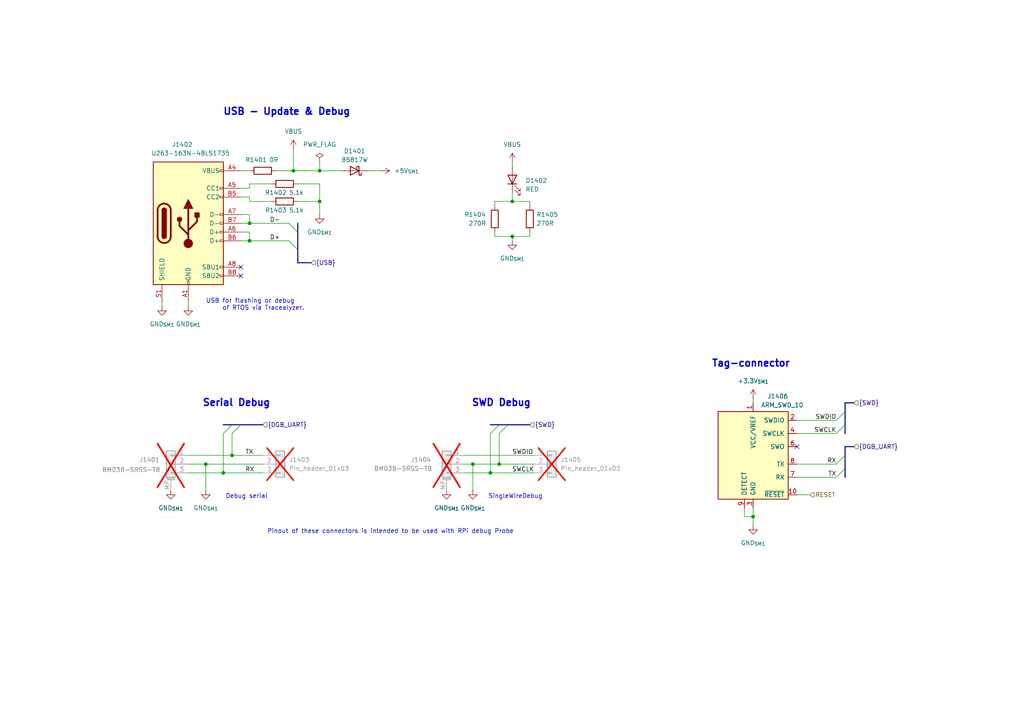
<source format=kicad_sch>
(kicad_sch (version 20231120) (generator "eeschema") (generator_version "8.0")
  (paper "A4")
  (title_block (title "Sensor multi-board") (date "2024-06-17") (rev "${VERSION}") (company "TrendBit s.r.o.") (comment 1 "Designed by: Petr Malaník"))
  (lib_symbols
    (symbol "Connector:USB_C_Receptacle_USB2.0_16P" (pin_names (offset 1.016))
      (property "Reference" "J" (at 0 22.225 0))
      (property "Value" "USB_C_Receptacle_USB2.0_16P" (at 0 19.685 0))
      (symbol "USB_C_Receptacle_USB2.0_16P_0_0"
        (rectangle (start -0.254 -17.78) (end 0.254 -16.764))
        (rectangle (start 10.16 -14.986) (end 9.144 -15.494))
        (rectangle (start 10.16 -12.446) (end 9.144 -12.954))
        (rectangle (start 10.16 -4.826) (end 9.144 -5.334))
        (rectangle (start 10.16 -2.286) (end 9.144 -2.794))
        (rectangle (start 10.16 0.254) (end 9.144 -0.254))
        (rectangle (start 10.16 2.794) (end 9.144 2.286))
        (rectangle (start 10.16 7.874) (end 9.144 7.366))
        (rectangle (start 10.16 10.414) (end 9.144 9.906))
        (rectangle (start 10.16 15.494) (end 9.144 14.986))
      )
      (symbol "USB_C_Receptacle_USB2.0_16P_0_1"
        (rectangle (start -10.16 17.78) (end 10.16 -17.78) (stroke (width 0.254)) (fill (type background)))
        (arc (start -8.89 -3.81) (mid -6.985 -5.7067) (end -5.08 -3.81) (stroke (width 0.508)))
        (arc (start -7.62 -3.81) (mid -6.985 -4.4423) (end -6.35 -3.81) (stroke (width 0.254)))
        (arc (start -7.62 -3.81) (mid -6.985 -4.4423) (end -6.35 -3.81) (stroke (width 0.254)) (fill (type outline)))
        (rectangle (start -7.62 -3.81) (end -6.35 3.81) (stroke (width 0.254)) (fill (type outline)))
        (arc (start -6.35 3.81) (mid -6.985 4.4423) (end -7.62 3.81) (stroke (width 0.254)))
        (arc (start -6.35 3.81) (mid -6.985 4.4423) (end -7.62 3.81) (stroke (width 0.254)) (fill (type outline)))
        (arc (start -5.08 3.81) (mid -6.985 5.7067) (end -8.89 3.81) (stroke (width 0.508)))
        (circle (center -2.54 1.143) (radius 0.635) (stroke (width 0.254)) (fill (type outline)))
        (circle (center 0 -5.842) (radius 1.27) (fill (type outline)))
        (polyline (pts (xy -8.89 -3.81) (xy -8.89 3.81)) (stroke (width 0.508)))
        (polyline (pts (xy -5.08 3.81) (xy -5.08 -3.81)) (stroke (width 0.508)))
        (polyline (pts (xy 0 -5.842) (xy 0 4.318)) (stroke (width 0.508)))
        (polyline (pts (xy 0 -3.302) (xy -2.54 -0.762) (xy -2.54 0.508)) (stroke (width 0.508)))
        (polyline (pts (xy 0 -2.032) (xy 2.54 0.508) (xy 2.54 1.778)) (stroke (width 0.508)))
        (polyline (pts (xy -1.27 4.318) (xy 0 6.858) (xy 1.27 4.318) (xy -1.27 4.318)) (stroke (width 0.254)) (fill (type outline)))
        (rectangle (start 1.905 1.778) (end 3.175 3.048) (stroke (width 0.254)) (fill (type outline)))
      )
      (symbol "USB_C_Receptacle_USB2.0_16P_1_1"
        (pin passive line (at 0 -22.86 90) (length 5.08) (name "GND") (number "A1"))
        (pin passive line (at 0 -22.86 90) (length 5.08) hide (name "GND") (number "A12"))
        (pin passive line (at 15.24 15.24 180) (length 5.08) (name "VBUS") (number "A4"))
        (pin bidirectional line (at 15.24 10.16 180) (length 5.08) (name "CC1") (number "A5"))
        (pin bidirectional line (at 15.24 -2.54 180) (length 5.08) (name "D+") (number "A6"))
        (pin bidirectional line (at 15.24 2.54 180) (length 5.08) (name "D-") (number "A7"))
        (pin bidirectional line (at 15.24 -12.7 180) (length 5.08) (name "SBU1") (number "A8"))
        (pin passive line (at 15.24 15.24 180) (length 5.08) hide (name "VBUS") (number "A9"))
        (pin passive line (at 0 -22.86 90) (length 5.08) hide (name "GND") (number "B1"))
        (pin passive line (at 0 -22.86 90) (length 5.08) hide (name "GND") (number "B12"))
        (pin passive line (at 15.24 15.24 180) (length 5.08) hide (name "VBUS") (number "B4"))
        (pin bidirectional line (at 15.24 7.62 180) (length 5.08) (name "CC2") (number "B5"))
        (pin bidirectional line (at 15.24 -5.08 180) (length 5.08) (name "D+") (number "B6"))
        (pin bidirectional line (at 15.24 0 180) (length 5.08) (name "D-") (number "B7"))
        (pin bidirectional line (at 15.24 -15.24 180) (length 5.08) (name "SBU2") (number "B8"))
        (pin passive line (at 15.24 15.24 180) (length 5.08) hide (name "VBUS") (number "B9"))
        (pin passive line (at -7.62 -22.86 90) (length 5.08) (name "SHIELD") (number "S1"))
      )
    )
    (symbol "Connector_Generic:Conn_01x03" (pin_names (offset 1.016) hide)
      (property "Reference" "J" (at 0 5.08 0))
      (property "Value" "Conn_01x03" (at 0 -5.08 0))
      (symbol "Conn_01x03_1_1"
        (rectangle (start -1.27 -2.413) (end 0 -2.667) (stroke (width 0.1524)))
        (rectangle (start -1.27 0.127) (end 0 -0.127) (stroke (width 0.1524)))
        (rectangle (start -1.27 2.667) (end 0 2.413) (stroke (width 0.1524)))
        (rectangle (start -1.27 3.81) (end 1.27 -3.81) (stroke (width 0.254)) (fill (type background)))
        (pin passive line (at -5.08 2.54 0) (length 3.81) (name "Pin_1") (number "1"))
        (pin passive line (at -5.08 0 0) (length 3.81) (name "Pin_2") (number "2"))
        (pin passive line (at -5.08 -2.54 0) (length 3.81) (name "Pin_3") (number "3"))
      )
    )
    (symbol "Connector_Generic_MountingPin:Conn_01x03_MountingPin" (pin_names (offset 1.016) hide)
      (property "Reference" "J" (at 0 5.08 0))
      (property "Value" "Conn_01x03_MountingPin" (at 1.27 -5.08 0))
      (symbol "Conn_01x03_MountingPin_1_1"
        (rectangle (start -1.27 -2.413) (end 0 -2.667) (stroke (width 0.1524)))
        (rectangle (start -1.27 0.127) (end 0 -0.127) (stroke (width 0.1524)))
        (rectangle (start -1.27 2.667) (end 0 2.413) (stroke (width 0.1524)))
        (rectangle (start -1.27 3.81) (end 1.27 -3.81) (stroke (width 0.254)) (fill (type background)))
        (polyline (pts (xy -1.016 -4.572) (xy 1.016 -4.572)) (stroke (width 0.1524)))
        (text "Mounting" (at 0 -4.191 0) (effects (font (size 0.381 0.381))))
        (pin passive line (at -5.08 2.54 0) (length 3.81) (name "Pin_1") (number "1"))
        (pin passive line (at -5.08 0 0) (length 3.81) (name "Pin_2") (number "2"))
        (pin passive line (at -5.08 -2.54 0) (length 3.81) (name "Pin_3") (number "3"))
        (pin passive line (at 0 -7.62 90) (length 3.048) (name "MountPin") (number "MP"))
      )
    )
    (symbol "Device:D_Schottky" (pin_numbers hide) (pin_names (offset 1.016) hide)
      (property "Reference" "D" (at 0 2.54 0))
      (property "Value" "D_Schottky" (at 0 -2.54 0))
      (symbol "D_Schottky_0_1"
        (polyline (pts (xy 1.27 0) (xy -1.27 0)))
        (polyline (pts (xy 1.27 1.27) (xy 1.27 -1.27) (xy -1.27 0) (xy 1.27 1.27)) (stroke (width 0.254)))
        (polyline (pts (xy -1.905 0.635) (xy -1.905 1.27) (xy -1.27 1.27) (xy -1.27 -1.27) (xy -0.635 -1.27) (xy -0.635 -0.635)) (stroke (width 0.254)))
      )
      (symbol "D_Schottky_1_1"
        (pin passive line (at -3.81 0 0) (length 2.54) (name "K") (number "1"))
        (pin passive line (at 3.81 0 180) (length 2.54) (name "A") (number "2"))
      )
    )
    (symbol "Device:LED" (pin_numbers hide) (pin_names (offset 1.016) hide)
      (property "Reference" "D" (at 0 2.54 0))
      (property "Value" "LED" (at 0 -2.54 0))
      (symbol "LED_0_1"
        (polyline (pts (xy -1.27 -1.27) (xy -1.27 1.27)) (stroke (width 0.254)))
        (polyline (pts (xy -1.27 0) (xy 1.27 0)))
        (polyline (pts (xy 1.27 -1.27) (xy 1.27 1.27) (xy -1.27 0) (xy 1.27 -1.27)) (stroke (width 0.254)))
        (polyline (pts (xy -3.048 -0.762) (xy -4.572 -2.286) (xy -3.81 -2.286) (xy -4.572 -2.286) (xy -4.572 -1.524)))
        (polyline (pts (xy -1.778 -0.762) (xy -3.302 -2.286) (xy -2.54 -2.286) (xy -3.302 -2.286) (xy -3.302 -1.524)))
      )
      (symbol "LED_1_1"
        (pin passive line (at -3.81 0 0) (length 2.54) (name "K") (number "1"))
        (pin passive line (at 3.81 0 180) (length 2.54) (name "A") (number "2"))
      )
    )
    (symbol "Device:R" (pin_numbers hide) (pin_names (offset 0))
      (property "Reference" "R" (at 2.032 0 90))
      (property "Value" "R" (at 0 0 90))
      (symbol "R_0_1"
        (rectangle (start -1.016 -2.54) (end 1.016 2.54) (stroke (width 0.254)))
      )
      (symbol "R_1_1"
        (pin passive line (at 0 3.81 270) (length 1.27) (name "~") (number "1"))
        (pin passive line (at 0 -3.81 90) (length 1.27) (name "~") (number "2"))
      )
    )
    (symbol "TCY_connectors:Conn_ARM_JTAG_SWD_10" (pin_names (offset 1.016))
      (property "Reference" "J" (at -2.54 16.51 0))
      (property "Value" "ARM_SWD_10" (at -2.54 13.97 0))
      (symbol "Conn_ARM_JTAG_SWD_10_0_1"
        (rectangle (start -10.16 12.7) (end 10.16 -12.7) (stroke (width 0.254)) (fill (type background)))
      )
      (symbol "Conn_ARM_JTAG_SWD_10_1_1"
        (pin power_in line (at 0 15.24 270) (length 2.54) (name "VCC/VREF") (number "1"))
        (pin open_collector line (at 12.7 -11.43 180) (length 2.54) (name "~{RESET}") (number "10"))
        (pin bidirectional line (at 12.7 10.16 180) (length 2.54) (name "SWDIO") (number "2"))
        (pin power_in line (at 0 -15.24 90) (length 2.54) (name "GND") (number "3"))
        (pin output line (at 12.7 6.35 180) (length 2.54) (name "SWCLK") (number "4"))
        (pin passive line (at 0 -15.24 90) (length 2.54) hide (name "GND") (number "5"))
        (pin input line (at 12.7 2.54 180) (length 2.54) (name "SWO") (number "6"))
        (pin input line (at 12.7 -6.35 180) (length 2.54) (name "RX") (number "7"))
        (pin output line (at 12.7 -2.54 180) (length 2.54) (name "TX") (number "8"))
        (pin passive line (at -2.54 -15.24 90) (length 2.54) (name "DETECT") (number "9"))
      )
    )
    (symbol "power:+3.3V" (power) (pin_numbers hide) (pin_names (offset 0) hide)
      (property "Value" "+3.3V" (at 0 3.556 0))
      (symbol "+3.3V_0_1"
        (polyline (pts (xy -0.762 1.27) (xy 0 2.54)))
        (polyline (pts (xy 0 0) (xy 0 2.54)))
        (polyline (pts (xy 0 2.54) (xy 0.762 1.27)))
      )
      (symbol "+3.3V_1_1"
        (pin power_in line (at 0 0 90) (length 0) (name "~") (number "1"))
      )
    )
    (symbol "power:+5V" (power) (pin_numbers hide) (pin_names (offset 0) hide)
      (property "Value" "+5V" (at 0 3.556 0))
      (symbol "+5V_0_1"
        (polyline (pts (xy -0.762 1.27) (xy 0 2.54)))
        (polyline (pts (xy 0 0) (xy 0 2.54)))
        (polyline (pts (xy 0 2.54) (xy 0.762 1.27)))
      )
      (symbol "+5V_1_1"
        (pin power_in line (at 0 0 90) (length 0) (name "~") (number "1"))
      )
    )
    (symbol "power:GND" (power) (pin_numbers hide) (pin_names (offset 0) hide)
      (property "Value" "GND" (at 0 -3.81 0))
      (symbol "GND_0_1"
        (polyline (pts (xy 0 0) (xy 0 -1.27) (xy 1.27 -1.27) (xy 0 -2.54) (xy -1.27 -1.27) (xy 0 -1.27)))
      )
      (symbol "GND_1_1"
        (pin power_in line (at 0 0 270) (length 0) (name "~") (number "1"))
      )
    )
    (symbol "power:PWR_FLAG" (power) (pin_numbers hide) (pin_names (offset 0) hide)
      (property "Value" "PWR_FLAG" (at 0 3.81 0))
      (symbol "PWR_FLAG_0_0"
        (pin power_out line (at 0 0 90) (length 0) (name "~") (number "1"))
      )
      (symbol "PWR_FLAG_0_1"
        (polyline (pts (xy 0 0) (xy 0 1.27) (xy -1.016 1.905) (xy 0 2.54) (xy 1.016 1.905) (xy 0 1.27)))
      )
    )
    (symbol "power:VBUS" (power) (pin_numbers hide) (pin_names (offset 0) hide)
      (property "Value" "VBUS" (at 0 3.556 0))
      (symbol "VBUS_0_1"
        (polyline (pts (xy -0.762 1.27) (xy 0 2.54)))
        (polyline (pts (xy 0 0) (xy 0 2.54)))
        (polyline (pts (xy 0 2.54) (xy 0.762 1.27)))
      )
      (symbol "VBUS_1_1"
        (pin power_in line (at 0 0 90) (length 0) (name "~") (number "1"))
      )
    )
  )
  (junction (at 137.16 134.62))
  (junction (at 148.59 58.42))
  (junction (at 67.31 132.08))
  (junction (at 64.77 137.16))
  (junction (at 148.59 68.58))
  (junction (at 92.71 49.53))
  (junction (at 142.24 137.16))
  (junction (at 85.09 49.53))
  (junction (at 72.39 69.85))
  (junction (at 59.69 134.62))
  (junction (at 72.39 64.77))
  (junction (at 144.78 134.62))
  (junction (at 218.44 149.86))
  (junction (at 92.71 58.42))
  (no_connect (at 69.85 80.01))
  (no_connect (at 231.14 129.54))
  (no_connect (at 69.85 77.47))
  (bus_entry (at 86.36 67.31) (size -2.54 -2.54))
  (bus_entry (at 242.57 134.62) (size 2.54 -2.54))
  (bus_entry (at 142.24 125.73) (size 2.54 -2.54))
  (bus_entry (at 242.57 138.43) (size 2.54 -2.54))
  (bus_entry (at 144.78 125.73) (size 2.54 -2.54))
  (bus_entry (at 242.57 125.73) (size 2.54 -2.54))
  (bus_entry (at 86.36 72.39) (size -2.54 -2.54))
  (bus_entry (at 242.57 121.92) (size 2.54 -2.54))
  (bus_entry (at 64.77 125.73) (size 2.54 -2.54))
  (bus_entry (at 67.31 125.73) (size 2.54 -2.54))
  (wire (pts (xy 148.59 68.58) (xy 148.59 69.85)))
  (wire (pts (xy 231.14 143.51) (xy 234.95 143.51)))
  (wire (pts (xy 54.61 134.62) (xy 59.69 134.62)))
  (wire (pts (xy 143.51 58.42) (xy 143.51 59.69)))
  (bus (pts (xy 86.36 72.39) (xy 86.36 67.31)))
  (bus (pts (xy 144.78 123.19) (xy 147.32 123.19)))
  (bus (pts (xy 64.77 123.19) (xy 67.31 123.19)))
  (wire (pts (xy 137.16 134.62) (xy 137.16 142.24)))
  (wire (pts (xy 144.78 134.62) (xy 154.94 134.62)))
  (wire (pts (xy 92.71 49.53) (xy 99.06 49.53)))
  (wire (pts (xy 86.36 53.34) (xy 92.71 53.34)))
  (wire (pts (xy 137.16 134.62) (xy 144.78 134.62)))
  (wire (pts (xy 72.39 64.77) (xy 83.82 64.77)))
  (wire (pts (xy 72.39 69.85) (xy 72.39 67.31)))
  (bus (pts (xy 147.32 123.19) (xy 153.67 123.19)))
  (wire (pts (xy 143.51 68.58) (xy 143.51 67.31)))
  (wire (pts (xy 231.14 134.62) (xy 242.57 134.62)))
  (bus (pts (xy 86.36 67.31) (xy 86.36 64.77)))
  (bus (pts (xy 90.17 76.2) (xy 86.36 76.2)))
  (wire (pts (xy 72.39 62.23) (xy 69.85 62.23)))
  (wire (pts (xy 54.61 132.08) (xy 67.31 132.08)))
  (wire (pts (xy 143.51 68.58) (xy 148.59 68.58)))
  (wire (pts (xy 148.59 58.42) (xy 153.67 58.42)))
  (bus (pts (xy 245.11 125.73) (xy 245.11 123.19)))
  (bus (pts (xy 142.24 123.19) (xy 144.78 123.19)))
  (wire (pts (xy 218.44 149.86) (xy 218.44 152.4)))
  (wire (pts (xy 72.39 67.31) (xy 69.85 67.31)))
  (bus (pts (xy 245.11 119.38) (xy 245.11 116.84)))
  (wire (pts (xy 231.14 121.92) (xy 242.57 121.92)))
  (wire (pts (xy 59.69 134.62) (xy 76.2 134.62)))
  (wire (pts (xy 64.77 125.73) (xy 64.77 137.16)))
  (wire (pts (xy 72.39 69.85) (xy 83.82 69.85)))
  (wire (pts (xy 67.31 125.73) (xy 67.31 132.08)))
  (wire (pts (xy 72.39 54.61) (xy 72.39 53.34)))
  (wire (pts (xy 59.69 134.62) (xy 59.69 142.24)))
  (bus (pts (xy 245.11 129.54) (xy 245.11 132.08)))
  (wire (pts (xy 64.77 137.16) (xy 76.2 137.16)))
  (wire (pts (xy 215.9 147.32) (xy 215.9 149.86)))
  (wire (pts (xy 153.67 68.58) (xy 153.67 67.31)))
  (wire (pts (xy 69.85 57.15) (xy 72.39 57.15)))
  (bus (pts (xy 245.11 116.84) (xy 247.65 116.84)))
  (wire (pts (xy 86.36 58.42) (xy 92.71 58.42)))
  (wire (pts (xy 142.24 125.73) (xy 142.24 137.16)))
  (wire (pts (xy 54.61 137.16) (xy 64.77 137.16)))
  (wire (pts (xy 231.14 125.73) (xy 242.57 125.73)))
  (wire (pts (xy 142.24 137.16) (xy 154.94 137.16)))
  (bus (pts (xy 245.11 135.89) (xy 245.11 138.43)))
  (wire (pts (xy 46.99 87.63) (xy 46.99 88.9)))
  (wire (pts (xy 148.59 46.99) (xy 148.59 48.26)))
  (bus (pts (xy 86.36 76.2) (xy 86.36 72.39)))
  (wire (pts (xy 134.62 137.16) (xy 142.24 137.16)))
  (wire (pts (xy 218.44 115.57) (xy 218.44 116.84)))
  (wire (pts (xy 144.78 125.73) (xy 144.78 134.62)))
  (wire (pts (xy 78.74 53.34) (xy 72.39 53.34)))
  (wire (pts (xy 69.85 64.77) (xy 72.39 64.77)))
  (wire (pts (xy 231.14 138.43) (xy 242.57 138.43)))
  (bus (pts (xy 245.11 132.08) (xy 245.11 135.89)))
  (wire (pts (xy 143.51 58.42) (xy 148.59 58.42)))
  (wire (pts (xy 69.85 54.61) (xy 72.39 54.61)))
  (bus (pts (xy 245.11 129.54) (xy 247.65 129.54)))
  (wire (pts (xy 72.39 57.15) (xy 72.39 58.42)))
  (wire (pts (xy 148.59 55.88) (xy 148.59 58.42)))
  (bus (pts (xy 245.11 123.19) (xy 245.11 119.38)))
  (wire (pts (xy 92.71 53.34) (xy 92.71 58.42)))
  (wire (pts (xy 106.68 49.53) (xy 110.49 49.53)))
  (wire (pts (xy 85.09 43.18) (xy 85.09 49.53)))
  (wire (pts (xy 85.09 49.53) (xy 92.71 49.53)))
  (bus (pts (xy 69.85 123.19) (xy 76.2 123.19)))
  (wire (pts (xy 72.39 64.77) (xy 72.39 62.23)))
  (wire (pts (xy 137.16 134.62) (xy 134.62 134.62)))
  (wire (pts (xy 215.9 149.86) (xy 218.44 149.86)))
  (wire (pts (xy 80.01 49.53) (xy 85.09 49.53)))
  (wire (pts (xy 78.74 58.42) (xy 72.39 58.42)))
  (wire (pts (xy 67.31 132.08) (xy 76.2 132.08)))
  (wire (pts (xy 72.39 49.53) (xy 69.85 49.53)))
  (wire (pts (xy 218.44 147.32) (xy 218.44 149.86)))
  (bus (pts (xy 67.31 123.19) (xy 69.85 123.19)))
  (wire (pts (xy 69.85 69.85) (xy 72.39 69.85)))
  (wire (pts (xy 92.71 46.99) (xy 92.71 49.53)))
  (wire (pts (xy 54.61 87.63) (xy 54.61 88.9)))
  (wire (pts (xy 153.67 58.42) (xy 153.67 59.69)))
  (wire (pts (xy 92.71 58.42) (xy 92.71 62.23)))
  (wire (pts (xy 148.59 68.58) (xy 153.67 68.58)))
  (wire (pts (xy 134.62 132.08) (xy 154.94 132.08)))
  (text "Debug serial" (at 65.405 144.78 0) (effects (font (size 1.27 1.27)) (justify left bottom)))
  (text "SingleWireDebug" (at 141.605 144.78 0) (effects (font (size 1.27 1.27)) (justify left bottom)))
  (text "USB - Update & Debug" (at 83.185 33.655 0) (effects (font (size 2 2) (thickness 0.4) (bold yes)) (justify bottom)))
  (text "Pinout of these connectors is intended to be used with RPi debug Probe" (at 77.47 154.94 0) (effects (font (size 1.27 1.27)) (justify left bottom)))
  (text "SWD Debug" (at 145.415 118.11 0) (effects (font (size 2 2) (thickness 0.4) (bold yes)) (justify bottom)))
  (text "USB for flashing or debug\n	of RTOS via Tracealyzer." (at 59.69 90.17 0) (effects (font (size 1.27 1.27)) (justify left bottom)))
  (text "Serial Debug" (at 68.58 118.11 0) (effects (font (size 2 2) (thickness 0.4) (bold yes)) (justify bottom)))
  (text "Tag-connector" (at 217.805 106.68 0) (effects (font (size 2 2) (thickness 0.4) (bold yes)) (justify bottom)))
  (label "D-" (at 81.28 64.77 180))
  (label "SWDIO" (at 242.57 121.92 180))
  (label "TX" (at 71.12 132.08 0))
  (label "RX" (at 71.12 137.16 0))
  (label "RX" (at 242.57 134.62 180))
  (label "D+" (at 81.28 69.85 180))
  (label "SWDIO" (at 148.59 132.08 0))
  (label "SWCLK" (at 242.57 125.73 180))
  (label "SWCLK" (at 154.94 137.16 180))
  (label "TX" (at 242.57 138.43 180))
  (hierarchical_label "{USB}" (shape input) (at 90.17 76.2 0))
  (hierarchical_label "{DGB_UART}" (shape input) (at 247.65 129.54 0))
  (hierarchical_label "{DGB_UART}" (shape input) (at 76.2 123.19 0))
  (hierarchical_label "{SWD}" (shape input) (at 247.65 116.84 0))
  (hierarchical_label "{SWD}" (shape input) (at 153.67 123.19 0))
  (hierarchical_label "RESET" (shape input) (at 234.95 143.51 0))
  (symbol (lib_id "power:VBUS") (at 85.09 43.18 0) (unit 1)
    (property "Reference" "#PWR01405" (effects (hide yes)))
    (property "Value" "VBUS" (at 85.09 38.1 0))
    (property "Description" "Power symbol creates a global label with name \"VBUS\"" (effects (hide yes)))
  )
  (symbol (lib_id "power:PWR_FLAG") (at 92.71 46.99 0) (unit 1)
    (property "Reference" "#FLG01401" (effects (hide yes)))
    (property "Value" "PWR_FLAG" (at 92.71 41.91 0))
    (property "Description" "Special symbol for telling ERC where power comes from" (effects (hide yes)))
  )
  (symbol (lib_id "TCY_connectors:Conn_ARM_JTAG_SWD_10") (at 218.44 132.08 0) (unit 1) (in_bom no)
    (property "Reference" "J1406" (at 228.6 114.935 0) (effects (justify right)))
    (property "Value" "ARM_SWD_10" (at 233.045 117.475 0) (effects (justify right)))
    (property "Footprint" "Connector:Tag-Connect_TC2050-IDC-NL_2x05_P1.27mm_Vertical_with_bottom_clip" (effects (hide yes)))
    (property "Description" "Cortex Debug Connector, standard ARM Cortex-M SWD and JTAG interface" (effects (hide yes)))
  )
  (symbol (lib_id "Connector:USB_C_Receptacle_USB2.0_16P") (at 54.61 64.77 0) (unit 1)
    (property "Reference" "J1402" (at 55.88 41.91 0) (effects (justify right)))
    (property "Value" "U263-163N-4BLS1735" (at 66.675 44.45 0) (effects (justify right)))
    (property "Footprint" "Connector_USB:USB_C_Receptacle_GCT_USB4105-xx-A_16P_TopMnt_Horizontal" (effects (hide yes)))
    (property "Datasheet" "https://www.usb.org/sites/default/files/documents/usb_type-c.zip" (effects (hide yes)))
    (property "Description" "USB 2.0-only 16P Type-C Receptacle connector" (effects (hide yes)))
    (property "LCSC" "C393939" (effects (hide yes)))
    (property "MPN" " TYPE-C16PIN" (effects (hide yes)))
  )
  (symbol (lib_id "Connector_Generic_MountingPin:Conn_01x03_MountingPin") (at 129.54 134.62 0) (mirror y) (unit 1) (in_bom no) (dnp yes)
    (property "Reference" "J1404" (at 125.095 133.35 0) (effects (justify left)))
    (property "Value" "BM03B-SRSS-TB " (at 126.365 135.89 0) (effects (justify left)))
    (property "Footprint" "Connector_JST:JST_SH_BM03B-SRSS-TB_1x03-1MP_P1.00mm_Vertical" (effects (hide yes)))
    (property "LCSC" "C160389" (effects (hide yes)))
    (property "MPN" "BM03B-SRSS-TB " (effects (hide yes)))
  )
  (symbol (lib_id "power:GND") (at 46.99 88.9 0) (unit 1)
    (property "Reference" "#PWR01401" (effects (hide yes)))
    (property "Value" "GND_{SM1}" (at 46.99 93.98 0))
    (property "Description" "Power symbol creates a global label with name \"GND\" , ground" (effects (hide yes)))
  )
  (symbol (lib_id "power:VBUS") (at 148.59 46.99 0) (unit 1)
    (property "Reference" "#PWR01410" (effects (hide yes)))
    (property "Value" "VBUS" (at 148.59 41.91 0))
    (property "Description" "Power symbol creates a global label with name \"VBUS\"" (effects (hide yes)))
  )
  (symbol (lib_id "power:GND") (at 54.61 88.9 0) (unit 1)
    (property "Reference" "#PWR01403" (effects (hide yes)))
    (property "Value" "GND_{SM1}" (at 54.61 93.98 0))
    (property "Description" "Power symbol creates a global label with name \"GND\" , ground" (effects (hide yes)))
  )
  (symbol (lib_id "Device:R") (at 153.67 63.5 0) (unit 1)
    (property "Reference" "R1405" (at 155.575 62.23 0) (effects (justify left)))
    (property "Value" "270R" (at 155.575 64.77 0) (effects (justify left)))
    (property "Footprint" "Resistor_SMD:R_0603_1608Metric" (effects (hide yes)))
    (property "LCSC" "C22966" (effects (hide yes)))
  )
  (symbol (lib_id "Device:D_Schottky") (at 102.87 49.53 180) (unit 1)
    (property "Reference" "D1401" (at 102.87 43.815 0))
    (property "Value" "B5817W" (at 102.87 46.355 0))
    (property "Footprint" "Diode_SMD:D_SOD-123" (effects (hide yes)))
    (property "Description" "Schottky diode" (effects (hide yes)))
    (property "LCSC" "C7420328" (effects (hide yes)))
    (property "MPN" "B5817W" (effects (hide yes)))
  )
  (symbol (lib_id "power:+5V") (at 110.49 49.53 270) (unit 1)
    (property "Reference" "#PWR01407" (effects (hide yes)))
    (property "Value" "+5V_{SM1}" (at 114.3 49.5299 90) (effects (justify left)))
    (property "Description" "Power symbol creates a global label with name \"+5V\"" (effects (hide yes)))
  )
  (symbol (lib_id "Connector_Generic:Conn_01x03") (at 160.02 134.62 0) (unit 1) (in_bom no) (dnp yes)
    (property "Reference" "J1405" (at 162.56 133.3499 0) (effects (justify left)))
    (property "Value" "Pin_header_01x03" (at 162.56 135.8899 0) (effects (justify left)))
    (property "Footprint" "Connector_PinHeader_2.54mm:PinHeader_1x03_P2.54mm_Vertical" (effects (hide yes)))
    (property "Description" "Generic connector, single row, 01x03, script generated (kicad-library-utils/schlib/autogen/connector/)" (effects (hide yes)))
  )
  (symbol (lib_id "power:GND") (at 59.69 142.24 0) (unit 1)
    (property "Reference" "#PWR01404" (effects (hide yes)))
    (property "Value" "GND_{SM1}" (at 59.69 147.32 0))
    (property "Description" "Power symbol creates a global label with name \"GND\" , ground" (effects (hide yes)))
  )
  (symbol (lib_id "Device:R") (at 76.2 49.53 270) (mirror x) (unit 1)
    (property "Reference" "R1401" (at 71.12 46.355 90) (effects (justify left)))
    (property "Value" "0R" (at 78.105 46.355 90) (effects (justify left)))
    (property "Footprint" "Resistor_SMD:R_0603_1608Metric" (effects (hide yes)))
    (property "LCSC" "C21189" (effects (hide yes)))
  )
  (symbol (lib_id "power:GND") (at 129.54 142.24 0) (unit 1)
    (property "Reference" "#PWR01408" (effects (hide yes)))
    (property "Value" "GND_{SM1}" (at 129.54 147.32 0))
    (property "Description" "Power symbol creates a global label with name \"GND\" , ground" (effects (hide yes)))
  )
  (symbol (lib_id "Device:R") (at 82.55 53.34 270) (mirror x) (unit 1)
    (property "Reference" "R1402" (at 76.835 55.88 90) (effects (justify left)))
    (property "Value" "5.1k" (at 83.82 55.88 90) (effects (justify left)))
    (property "Footprint" "Resistor_SMD:R_0603_1608Metric" (effects (hide yes)))
    (property "LCSC" "C122969" (effects (hide yes)))
  )
  (symbol (lib_id "Device:LED") (at 148.59 52.07 90) (unit 1)
    (property "Reference" "D1402" (at 152.4 52.3875 90) (effects (justify right)))
    (property "Value" "RED" (at 152.4 54.9275 90) (effects (justify right)))
    (property "Footprint" "LED_SMD:LED_0603_1608Metric" (effects (hide yes)))
    (property "Link" "https://cz.mouser.com/ProductDetail/755-SML-D12V8WT86" (effects (hide yes)))
    (property "MPN" "KT-0603R" (effects (hide yes)))
    (property "JLCPCB" "C2286" (effects (hide yes)))
    (property "MPNA" "SML-D12V8WT86 " (effects (hide yes)))
    (property "Mouser" "https://cz.mouser.com/ProductDetail/ROHM-Semiconductor/SML-D12V8WT86?qs=4kLU8WoGk0uh2PhEoCCv1w%3D%3D" (effects (hide yes)))
    (property "LCSC" "C2286" (effects (hide yes)))
  )
  (symbol (lib_id "power:GND") (at 218.44 152.4 0) (unit 1)
    (property "Reference" "#PWR01413" (effects (hide yes)))
    (property "Value" "GND_{SM1}" (at 218.44 157.48 0))
    (property "Description" "Power symbol creates a global label with name \"GND\" , ground" (effects (hide yes)))
  )
  (symbol (lib_id "power:GND") (at 92.71 62.23 0) (unit 1)
    (property "Reference" "#PWR01406" (effects (hide yes)))
    (property "Value" "GND_{SM1}" (at 92.71 67.31 0))
    (property "Description" "Power symbol creates a global label with name \"GND\" , ground" (effects (hide yes)))
  )
  (symbol (lib_id "Connector_Generic_MountingPin:Conn_01x03_MountingPin") (at 49.53 134.62 0) (mirror y) (unit 1) (in_bom no) (dnp yes)
    (property "Reference" "J1401" (at 46.355 133.35 0) (effects (justify left)))
    (property "Value" "BM03B-SRSS-TB " (at 47.498 136.2529 0) (effects (justify left)))
    (property "Footprint" "Connector_JST:JST_SH_BM03B-SRSS-TB_1x03-1MP_P1.00mm_Vertical" (effects (hide yes)))
    (property "LCSC" "C160389" (effects (hide yes)))
    (property "MPN" "BM03B-SRSS-TB " (effects (hide yes)))
  )
  (symbol (lib_id "power:GND") (at 148.59 69.85 0) (unit 1)
    (property "Reference" "#PWR01411" (effects (hide yes)))
    (property "Value" "GND_{SM1}" (at 148.59 74.93 0))
    (property "Description" "Power symbol creates a global label with name \"GND\" , ground" (effects (hide yes)))
  )
  (symbol (lib_id "Connector_Generic:Conn_01x03") (at 81.28 134.62 0) (unit 1) (in_bom no) (dnp yes)
    (property "Reference" "J1403" (at 83.82 133.3499 0) (effects (justify left)))
    (property "Value" "Pin_header_01x03" (at 83.82 135.8899 0) (effects (justify left)))
    (property "Footprint" "Connector_PinHeader_2.54mm:PinHeader_1x03_P2.54mm_Vertical" (effects (hide yes)))
    (property "Description" "Generic connector, single row, 01x03, script generated (kicad-library-utils/schlib/autogen/connector/)" (effects (hide yes)))
  )
  (symbol (lib_id "power:+3.3V") (at 218.44 115.57 0) (unit 1)
    (property "Reference" "#PWR01412" (effects (hide yes)))
    (property "Value" "+3.3V_{SM1}" (at 218.44 110.49 0))
    (property "Description" "Power symbol creates a global label with name \"+3.3V\"" (effects (hide yes)))
  )
  (symbol (lib_id "power:GND") (at 137.16 142.24 0) (unit 1)
    (property "Reference" "#PWR01409" (effects (hide yes)))
    (property "Value" "GND_{SM1}" (at 137.16 147.32 0))
    (property "Description" "Power symbol creates a global label with name \"GND\" , ground" (effects (hide yes)))
  )
  (symbol (lib_id "power:GND") (at 49.53 142.24 0) (unit 1)
    (property "Reference" "#PWR01402" (effects (hide yes)))
    (property "Value" "GND_{SM1}" (at 49.53 147.32 0))
    (property "Description" "Power symbol creates a global label with name \"GND\" , ground" (effects (hide yes)))
  )
  (symbol (lib_id "Device:R") (at 143.51 63.5 0) (unit 1)
    (property "Reference" "R1404" (at 134.62 62.23 0) (effects (justify left)))
    (property "Value" "270R" (at 135.89 64.77 0) (effects (justify left)))
    (property "Footprint" "Resistor_SMD:R_0603_1608Metric" (effects (hide yes)))
    (property "LCSC" "C22966" (effects (hide yes)))
  )
  (symbol (lib_id "Device:R") (at 82.55 58.42 270) (mirror x) (unit 1)
    (property "Reference" "R1403" (at 76.835 60.96 90) (effects (justify left)))
    (property "Value" "5.1k" (at 83.82 60.96 90) (effects (justify left)))
    (property "Footprint" "Resistor_SMD:R_0603_1608Metric" (effects (hide yes)))
    (property "LCSC" "C122969" (effects (hide yes)))
  )
)
</source>
